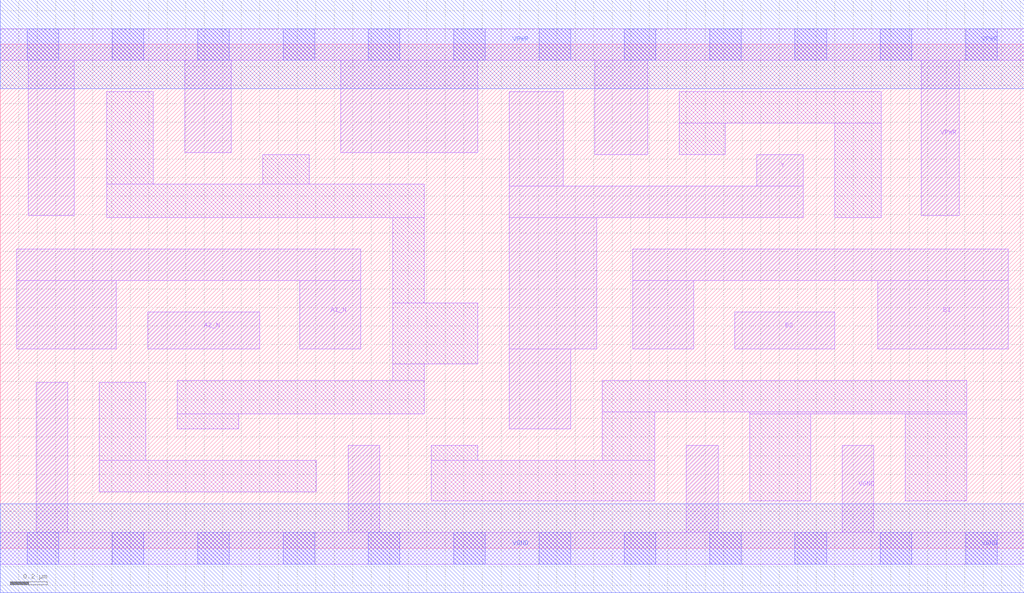
<source format=lef>
# Copyright 2020 The SkyWater PDK Authors
#
# Licensed under the Apache License, Version 2.0 (the "License");
# you may not use this file except in compliance with the License.
# You may obtain a copy of the License at
#
#     https://www.apache.org/licenses/LICENSE-2.0
#
# Unless required by applicable law or agreed to in writing, software
# distributed under the License is distributed on an "AS IS" BASIS,
# WITHOUT WARRANTIES OR CONDITIONS OF ANY KIND, either express or implied.
# See the License for the specific language governing permissions and
# limitations under the License.
#
# SPDX-License-Identifier: Apache-2.0

VERSION 5.7 ;
  NAMESCASESENSITIVE ON ;
  NOWIREEXTENSIONATPIN ON ;
  DIVIDERCHAR "/" ;
  BUSBITCHARS "[]" ;
UNITS
  DATABASE MICRONS 200 ;
END UNITS
MACRO sky130_fd_sc_hd__o2bb2ai_2
  CLASS CORE ;
  SOURCE USER ;
  FOREIGN sky130_fd_sc_hd__o2bb2ai_2 ;
  ORIGIN  0.000000  0.000000 ;
  SIZE  5.520000 BY  2.720000 ;
  SYMMETRY X Y R90 ;
  SITE unithd ;
  PIN A1_N
    ANTENNAGATEAREA  0.495000 ;
    DIRECTION INPUT ;
    USE SIGNAL ;
    PORT
      LAYER li1 ;
        RECT 0.090000 1.075000 0.625000 1.445000 ;
        RECT 0.090000 1.445000 1.945000 1.615000 ;
        RECT 1.615000 1.075000 1.945000 1.445000 ;
    END
  END A1_N
  PIN A2_N
    ANTENNAGATEAREA  0.495000 ;
    DIRECTION INPUT ;
    USE SIGNAL ;
    PORT
      LAYER li1 ;
        RECT 0.795000 1.075000 1.400000 1.275000 ;
    END
  END A2_N
  PIN B1
    ANTENNAGATEAREA  0.495000 ;
    DIRECTION INPUT ;
    USE SIGNAL ;
    PORT
      LAYER li1 ;
        RECT 3.410000 1.075000 3.740000 1.445000 ;
        RECT 3.410000 1.445000 5.435000 1.615000 ;
        RECT 4.730000 1.075000 5.435000 1.445000 ;
    END
  END B1
  PIN B2
    ANTENNAGATEAREA  0.495000 ;
    DIRECTION INPUT ;
    USE SIGNAL ;
    PORT
      LAYER li1 ;
        RECT 3.960000 1.075000 4.500000 1.275000 ;
    END
  END B2
  PIN Y
    ANTENNADIFFAREA  0.715500 ;
    DIRECTION OUTPUT ;
    USE SIGNAL ;
    PORT
      LAYER li1 ;
        RECT 2.745000 0.645000 3.075000 1.075000 ;
        RECT 2.745000 1.075000 3.215000 1.785000 ;
        RECT 2.745000 1.785000 4.330000 1.955000 ;
        RECT 2.745000 1.955000 3.035000 2.465000 ;
        RECT 4.080000 1.955000 4.330000 2.125000 ;
    END
  END Y
  PIN VGND
    DIRECTION INOUT ;
    SHAPE ABUTMENT ;
    USE GROUND ;
    PORT
      LAYER li1 ;
        RECT 0.000000 -0.085000 5.520000 0.085000 ;
        RECT 0.195000  0.085000 0.365000 0.895000 ;
        RECT 1.875000  0.085000 2.045000 0.555000 ;
        RECT 3.700000  0.085000 3.870000 0.555000 ;
        RECT 4.540000  0.085000 4.710000 0.555000 ;
      LAYER mcon ;
        RECT 0.145000 -0.085000 0.315000 0.085000 ;
        RECT 0.605000 -0.085000 0.775000 0.085000 ;
        RECT 1.065000 -0.085000 1.235000 0.085000 ;
        RECT 1.525000 -0.085000 1.695000 0.085000 ;
        RECT 1.985000 -0.085000 2.155000 0.085000 ;
        RECT 2.445000 -0.085000 2.615000 0.085000 ;
        RECT 2.905000 -0.085000 3.075000 0.085000 ;
        RECT 3.365000 -0.085000 3.535000 0.085000 ;
        RECT 3.825000 -0.085000 3.995000 0.085000 ;
        RECT 4.285000 -0.085000 4.455000 0.085000 ;
        RECT 4.745000 -0.085000 4.915000 0.085000 ;
        RECT 5.205000 -0.085000 5.375000 0.085000 ;
      LAYER met1 ;
        RECT 0.000000 -0.240000 5.520000 0.240000 ;
    END
  END VGND
  PIN VPWR
    DIRECTION INOUT ;
    SHAPE ABUTMENT ;
    USE POWER ;
    PORT
      LAYER li1 ;
        RECT 0.000000 2.635000 5.520000 2.805000 ;
        RECT 0.150000 1.795000 0.400000 2.635000 ;
        RECT 0.995000 2.135000 1.245000 2.635000 ;
        RECT 1.835000 2.135000 2.575000 2.635000 ;
        RECT 3.205000 2.125000 3.490000 2.635000 ;
        RECT 4.965000 1.795000 5.170000 2.635000 ;
      LAYER mcon ;
        RECT 0.145000 2.635000 0.315000 2.805000 ;
        RECT 0.605000 2.635000 0.775000 2.805000 ;
        RECT 1.065000 2.635000 1.235000 2.805000 ;
        RECT 1.525000 2.635000 1.695000 2.805000 ;
        RECT 1.985000 2.635000 2.155000 2.805000 ;
        RECT 2.445000 2.635000 2.615000 2.805000 ;
        RECT 2.905000 2.635000 3.075000 2.805000 ;
        RECT 3.365000 2.635000 3.535000 2.805000 ;
        RECT 3.825000 2.635000 3.995000 2.805000 ;
        RECT 4.285000 2.635000 4.455000 2.805000 ;
        RECT 4.745000 2.635000 4.915000 2.805000 ;
        RECT 5.205000 2.635000 5.375000 2.805000 ;
      LAYER met1 ;
        RECT 0.000000 2.480000 5.520000 2.960000 ;
    END
  END VPWR
  OBS
    LAYER li1 ;
      RECT 0.535000 0.305000 1.705000 0.475000 ;
      RECT 0.535000 0.475000 0.785000 0.895000 ;
      RECT 0.575000 1.785000 2.285000 1.965000 ;
      RECT 0.575000 1.965000 0.825000 2.465000 ;
      RECT 0.955000 0.645000 1.285000 0.725000 ;
      RECT 0.955000 0.725000 2.285000 0.905000 ;
      RECT 1.415000 1.965000 1.665000 2.125000 ;
      RECT 2.115000 0.905000 2.285000 0.995000 ;
      RECT 2.115000 0.995000 2.575000 1.325000 ;
      RECT 2.115000 1.325000 2.285000 1.785000 ;
      RECT 2.325000 0.255000 3.530000 0.475000 ;
      RECT 2.325000 0.475000 2.575000 0.555000 ;
      RECT 3.245000 0.475000 3.530000 0.735000 ;
      RECT 3.245000 0.735000 5.210000 0.905000 ;
      RECT 3.660000 2.125000 3.910000 2.295000 ;
      RECT 3.660000 2.295000 4.750000 2.465000 ;
      RECT 4.040000 0.255000 4.370000 0.725000 ;
      RECT 4.040000 0.725000 5.210000 0.735000 ;
      RECT 4.500000 1.785000 4.750000 2.295000 ;
      RECT 4.880000 0.255000 5.210000 0.725000 ;
  END
END sky130_fd_sc_hd__o2bb2ai_2
END LIBRARY

</source>
